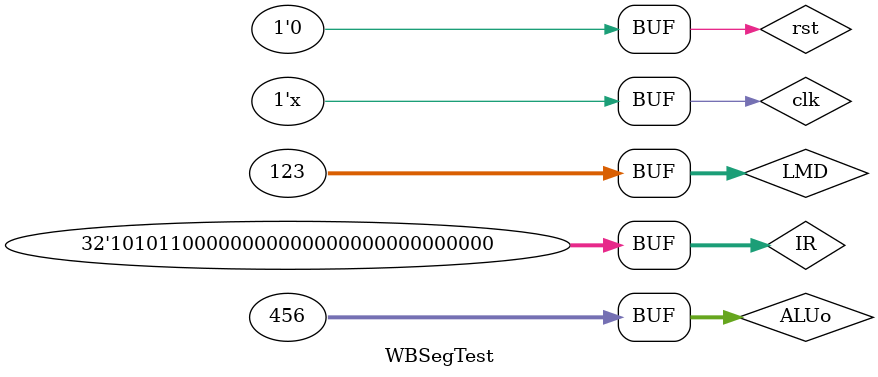
<source format=v>
`timescale 1ns / 1ps


module WBSegTest;

	// Inputs
	reg clk;
	reg rst;
	reg [31:0] LMD;
	reg [31:0] ALUo;
	reg [31:0] IR;

	// Outputs
	wire [31:0] WB_Data;
	wire WB_Write;
	wire [4:0] WB_Addr;

	// Instantiate the Unit Under Test (UUT)
	WBSeg uut (
		.clk(clk), 
		.rst(rst), 
		.LMD(LMD), 
		.ALUo(ALUo), 
		.IR(IR), 
		.WB_Data(WB_Data), 
		.WB_Write(WB_Write), 
		.WB_Addr(WB_Addr)
	);

always #10 clk = ~clk;

	initial begin
		// Initialize Inputs
		clk = 0;
		rst = 0;
		LMD = 123;
		ALUo = 456;
		IR = 32'b000000_00000_00000_00000_00000_100000;

		// Wait 100 ns for global reset to finish
		#100;
      IR = 32'b101010_00000_00000_00000_00000_000000;
		#100;
      IR = 32'b001000_00000_00000_00000_00000_000000;
		#100;
      IR = 32'b001100_00000_00000_00000_00000_000000;
		#100;
      IR = 32'b000000_00000_00000_00000_00000_000000;
		#100;
      IR = 32'b100011_00000_00000_00000_00000_000000;
		#100;
      IR = 32'b000000_00000_00000_00000_00000_000000;
		#100;
      IR = 32'b101011_00000_00000_00000_00000_000000;
		// Add stimulus here

	end
      
endmodule


</source>
